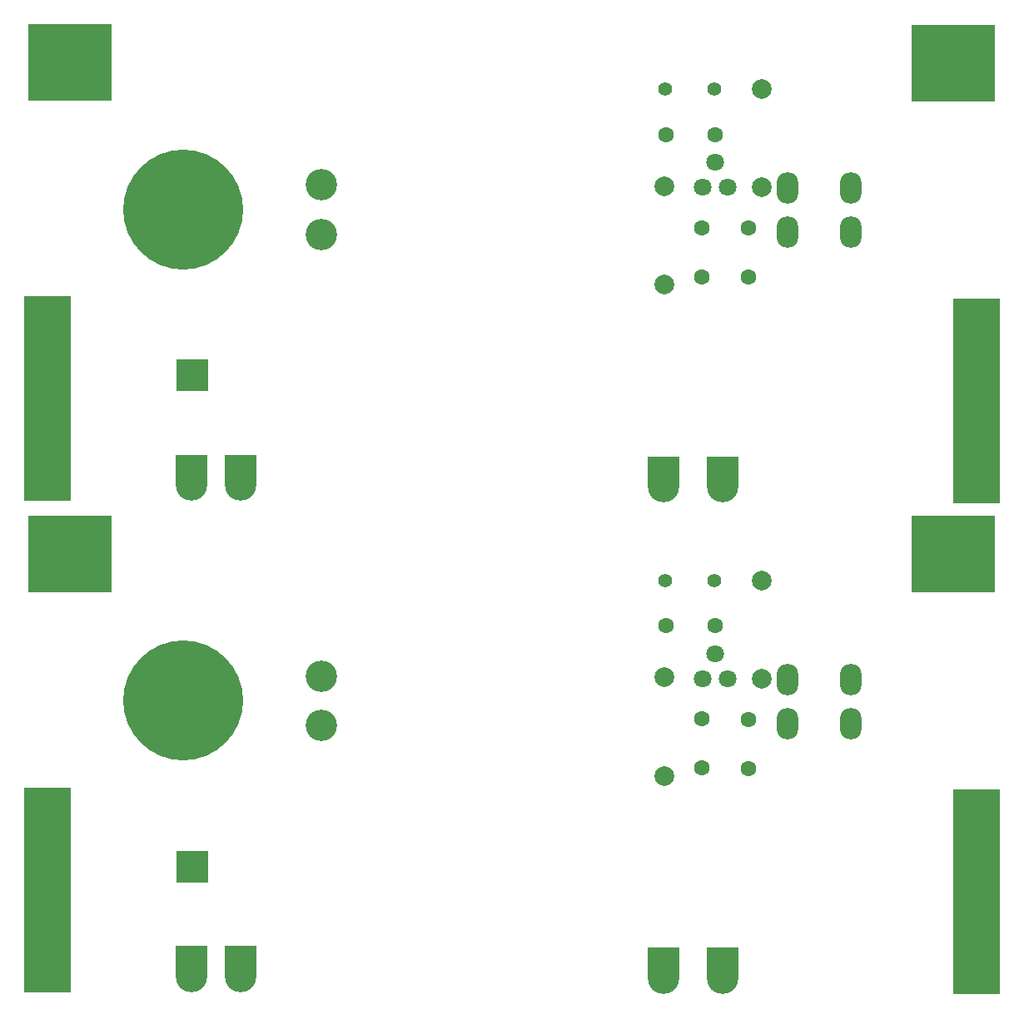
<source format=gts>
G04*
G04 #@! TF.GenerationSoftware,Altium Limited,Altium Designer,21.0.8 (223)*
G04*
G04 Layer_Color=8388736*
%FSLAX44Y44*%
%MOMM*%
G71*
G04*
G04 #@! TF.SameCoordinates,78419CC2-0C4D-43F0-A895-43AD8DE1811A*
G04*
G04*
G04 #@! TF.FilePolarity,Negative*
G04*
G01*
G75*
%ADD29C,3.2032*%
%ADD30R,3.2032X3.2032*%
%ADD31R,8.5282X7.7782*%
%ADD32R,4.7032X20.9032*%
%ADD33C,1.6032*%
%ADD34C,1.4032*%
%ADD35C,2.0032*%
%ADD36C,1.8032*%
%ADD37O,2.2032X3.2032*%
%ADD38C,12.2032*%
%ADD39C,1.4732*%
D29*
X984740Y287200D02*
D03*
X924240D02*
D03*
X444240Y288950D02*
D03*
X494240D02*
D03*
X984740Y787200D02*
D03*
X924240D02*
D03*
X444240Y788950D02*
D03*
X494240D02*
D03*
X576490Y594450D02*
D03*
Y544450D02*
D03*
Y1094450D02*
D03*
Y1044450D02*
D03*
D30*
X984740Y302200D02*
D03*
X924240D02*
D03*
X444990Y400950D02*
D03*
X444240Y303950D02*
D03*
X494240D02*
D03*
X984740Y802200D02*
D03*
X924240D02*
D03*
X444990Y900950D02*
D03*
X444240Y803950D02*
D03*
X494240D02*
D03*
D31*
X1218560Y718742D02*
D03*
X320365Y719325D02*
D03*
X1218560Y1218742D02*
D03*
X320365Y1219325D02*
D03*
D32*
X297740Y376950D02*
D03*
X1242490Y374840D02*
D03*
X297740Y876950D02*
D03*
X1242490Y874840D02*
D03*
D33*
X1010740Y550450D02*
D03*
Y500450D02*
D03*
X926515Y645675D02*
D03*
X976515D02*
D03*
X963240Y500950D02*
D03*
Y550950D02*
D03*
X1010740Y1050450D02*
D03*
Y1000450D02*
D03*
X926515Y1145675D02*
D03*
X976515D02*
D03*
X963240Y1000950D02*
D03*
Y1050950D02*
D03*
D34*
X925690Y691950D02*
D03*
X975490D02*
D03*
X925690Y1191950D02*
D03*
X975490D02*
D03*
D35*
X1024240Y692200D02*
D03*
Y592200D02*
D03*
X924740Y493200D02*
D03*
Y593200D02*
D03*
X1024240Y1192200D02*
D03*
Y1092200D02*
D03*
X924740Y993200D02*
D03*
Y1093200D02*
D03*
D36*
X976540Y617600D02*
D03*
X989240Y592200D02*
D03*
X963840D02*
D03*
X976540Y1117600D02*
D03*
X989240Y1092200D02*
D03*
X963840D02*
D03*
D37*
X1114990Y591255D02*
D03*
Y546255D02*
D03*
X1049990Y591255D02*
D03*
Y546255D02*
D03*
X1114990Y1091255D02*
D03*
Y1046255D02*
D03*
X1049990Y1091255D02*
D03*
Y1046255D02*
D03*
D38*
X435990Y569700D02*
D03*
Y1069700D02*
D03*
D39*
X294990Y341090D02*
D03*
Y366090D02*
D03*
Y391090D02*
D03*
Y416090D02*
D03*
Y316090D02*
D03*
Y440090D02*
D03*
X1239990Y343590D02*
D03*
Y368590D02*
D03*
Y393590D02*
D03*
Y418590D02*
D03*
Y318590D02*
D03*
Y442590D02*
D03*
X294990Y841090D02*
D03*
Y866090D02*
D03*
Y891090D02*
D03*
Y916090D02*
D03*
Y816090D02*
D03*
Y940090D02*
D03*
X1239990Y843590D02*
D03*
Y868590D02*
D03*
Y893590D02*
D03*
Y918590D02*
D03*
Y818590D02*
D03*
Y942590D02*
D03*
M02*

</source>
